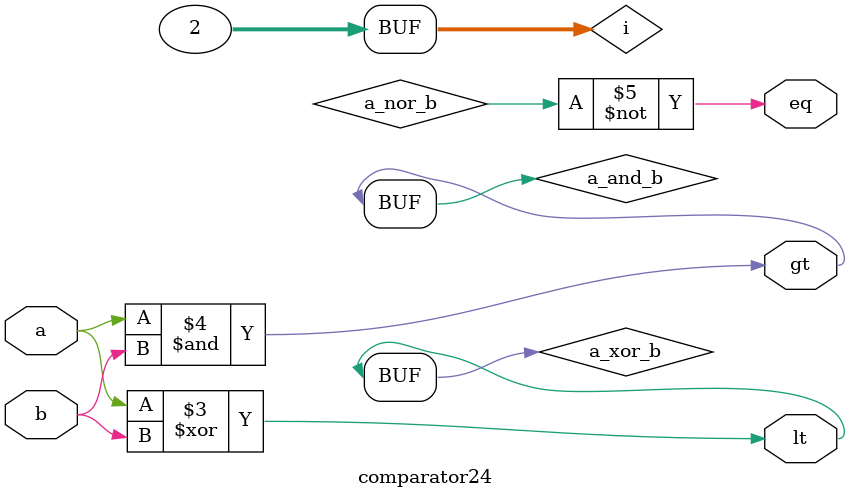
<source format=v>
module comparator24 (input a, input b, output eq, output gt, output lt);

    reg a_xor_b, a_and_b;
    reg a_nor_b;

    integer i;
    always @* begin
        for (i = 0; i < 2; i = i + 1) begin
            case(i)
                0: a_xor_b = a ^ b;
                1: a_and_b = a & b;
                2: a_nor_b = ~(a | b);
            endcase
        end
    end

    assign eq = ~a_nor_b;
    assign gt = a_and_b;
    assign lt = a_xor_b;

endmodule

</source>
